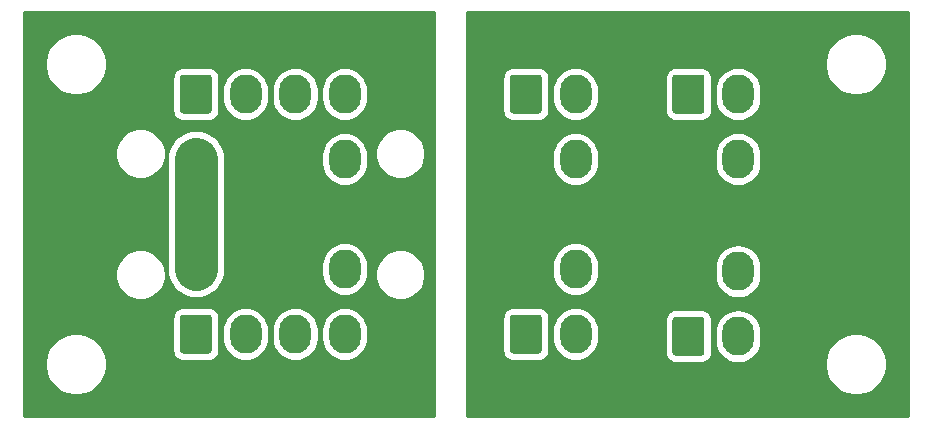
<source format=gbr>
%TF.GenerationSoftware,KiCad,Pcbnew,(5.1.9)-1*%
%TF.CreationDate,2021-11-13T17:29:38-07:00*%
%TF.ProjectId,ABSIS_Bulkhead_Connector,41425349-535f-4427-956c-6b686561645f,rev?*%
%TF.SameCoordinates,Original*%
%TF.FileFunction,Copper,L4,Bot*%
%TF.FilePolarity,Positive*%
%FSLAX46Y46*%
G04 Gerber Fmt 4.6, Leading zero omitted, Abs format (unit mm)*
G04 Created by KiCad (PCBNEW (5.1.9)-1) date 2021-11-13 17:29:38*
%MOMM*%
%LPD*%
G01*
G04 APERTURE LIST*
%TA.AperFunction,ComponentPad*%
%ADD10O,2.700000X3.300000*%
%TD*%
%TA.AperFunction,Conductor*%
%ADD11C,3.657600*%
%TD*%
%TA.AperFunction,Conductor*%
%ADD12C,0.254000*%
%TD*%
%TA.AperFunction,Conductor*%
%ADD13C,0.100000*%
%TD*%
G04 APERTURE END LIST*
D10*
%TO.P,J6,4*%
%TO.N,/BL_DATA2*%
X160200000Y-78500000D03*
%TO.P,J6,3*%
%TO.N,/BL_GND*%
X156000000Y-78500000D03*
%TO.P,J6,2*%
%TO.N,/BL_+5V*%
X160200000Y-84000000D03*
%TO.P,J6,1*%
%TA.AperFunction,ComponentPad*%
G36*
G01*
X154650000Y-85399999D02*
X154650000Y-82600001D01*
G75*
G02*
X154900001Y-82350000I250001J0D01*
G01*
X157099999Y-82350000D01*
G75*
G02*
X157350000Y-82600001I0J-250001D01*
G01*
X157350000Y-85399999D01*
G75*
G02*
X157099999Y-85650000I-250001J0D01*
G01*
X154900001Y-85650000D01*
G75*
G02*
X154650000Y-85399999I0J250001D01*
G01*
G37*
%TD.AperFunction*%
%TD*%
%TO.P,J5,4*%
%TO.N,/BL_DATA2*%
X160200000Y-69000000D03*
%TO.P,J5,3*%
%TO.N,/BL_GND*%
X156000000Y-69000000D03*
%TO.P,J5,2*%
%TO.N,/BL_+5V*%
X160200000Y-63500000D03*
%TO.P,J5,1*%
%TA.AperFunction,ComponentPad*%
G36*
G01*
X154650000Y-64899999D02*
X154650000Y-62100001D01*
G75*
G02*
X154900001Y-61850000I250001J0D01*
G01*
X157099999Y-61850000D01*
G75*
G02*
X157350000Y-62100001I0J-250001D01*
G01*
X157350000Y-64899999D01*
G75*
G02*
X157099999Y-65150000I-250001J0D01*
G01*
X154900001Y-65150000D01*
G75*
G02*
X154650000Y-64899999I0J250001D01*
G01*
G37*
%TD.AperFunction*%
%TD*%
%TO.P,J4,4*%
%TO.N,/BL_DATA1*%
X146440000Y-78320000D03*
%TO.P,J4,3*%
%TO.N,/BL_GND*%
X142240000Y-78320000D03*
%TO.P,J4,2*%
%TO.N,/BL_+5V*%
X146440000Y-83820000D03*
%TO.P,J4,1*%
%TA.AperFunction,ComponentPad*%
G36*
G01*
X140890000Y-85219999D02*
X140890000Y-82420001D01*
G75*
G02*
X141140001Y-82170000I250001J0D01*
G01*
X143339999Y-82170000D01*
G75*
G02*
X143590000Y-82420001I0J-250001D01*
G01*
X143590000Y-85219999D01*
G75*
G02*
X143339999Y-85470000I-250001J0D01*
G01*
X141140001Y-85470000D01*
G75*
G02*
X140890000Y-85219999I0J250001D01*
G01*
G37*
%TD.AperFunction*%
%TD*%
%TO.P,J3,8*%
%TO.N,/ABSIS_+12V*%
X126900000Y-78320000D03*
%TO.P,J3,7*%
%TO.N,/ABSIS_+5V*%
X122700000Y-78320000D03*
%TO.P,J3,6*%
X118500000Y-78320000D03*
%TO.P,J3,5*%
%TO.N,/ABSIS_+3.3V*%
X114300000Y-78320000D03*
%TO.P,J3,4*%
%TO.N,/ABSIS_+12V*%
X126900000Y-83820000D03*
%TO.P,J3,3*%
X122700000Y-83820000D03*
%TO.P,J3,2*%
%TO.N,/ABSIS_GND*%
X118500000Y-83820000D03*
%TO.P,J3,1*%
%TA.AperFunction,ComponentPad*%
G36*
G01*
X112950000Y-85219999D02*
X112950000Y-82420001D01*
G75*
G02*
X113200001Y-82170000I250001J0D01*
G01*
X115399999Y-82170000D01*
G75*
G02*
X115650000Y-82420001I0J-250001D01*
G01*
X115650000Y-85219999D01*
G75*
G02*
X115399999Y-85470000I-250001J0D01*
G01*
X113200001Y-85470000D01*
G75*
G02*
X112950000Y-85219999I0J250001D01*
G01*
G37*
%TD.AperFunction*%
%TD*%
%TO.P,J2,4*%
%TO.N,/BL_DATA1*%
X146440000Y-69000000D03*
%TO.P,J2,3*%
%TO.N,/BL_GND*%
X142240000Y-69000000D03*
%TO.P,J2,2*%
%TO.N,/BL_+5V*%
X146440000Y-63500000D03*
%TO.P,J2,1*%
%TA.AperFunction,ComponentPad*%
G36*
G01*
X140890000Y-64899999D02*
X140890000Y-62100001D01*
G75*
G02*
X141140001Y-61850000I250001J0D01*
G01*
X143339999Y-61850000D01*
G75*
G02*
X143590000Y-62100001I0J-250001D01*
G01*
X143590000Y-64899999D01*
G75*
G02*
X143339999Y-65150000I-250001J0D01*
G01*
X141140001Y-65150000D01*
G75*
G02*
X140890000Y-64899999I0J250001D01*
G01*
G37*
%TD.AperFunction*%
%TD*%
%TO.P,J1,8*%
%TO.N,/ABSIS_+12V*%
X126900000Y-69000000D03*
%TO.P,J1,7*%
%TO.N,/ABSIS_+5V*%
X122700000Y-69000000D03*
%TO.P,J1,6*%
X118500000Y-69000000D03*
%TO.P,J1,5*%
%TO.N,/ABSIS_+3.3V*%
X114300000Y-69000000D03*
%TO.P,J1,4*%
%TO.N,/ABSIS_+12V*%
X126900000Y-63500000D03*
%TO.P,J1,3*%
X122700000Y-63500000D03*
%TO.P,J1,2*%
%TO.N,/ABSIS_GND*%
X118500000Y-63500000D03*
%TO.P,J1,1*%
%TA.AperFunction,ComponentPad*%
G36*
G01*
X112950000Y-64899999D02*
X112950000Y-62100001D01*
G75*
G02*
X113200001Y-61850000I250001J0D01*
G01*
X115399999Y-61850000D01*
G75*
G02*
X115650000Y-62100001I0J-250001D01*
G01*
X115650000Y-64899999D01*
G75*
G02*
X115399999Y-65150000I-250001J0D01*
G01*
X113200001Y-65150000D01*
G75*
G02*
X112950000Y-64899999I0J250001D01*
G01*
G37*
%TD.AperFunction*%
%TD*%
D11*
%TO.N,/ABSIS_+3.3V*%
X114300000Y-78320000D02*
X114300000Y-69000000D01*
%TD*%
D12*
%TO.N,/ABSIS_+5V*%
X134493000Y-90780000D02*
X99720000Y-90780000D01*
X99720000Y-86100475D01*
X101505000Y-86100475D01*
X101505000Y-86619525D01*
X101606261Y-87128601D01*
X101804893Y-87608141D01*
X102093262Y-88039715D01*
X102460285Y-88406738D01*
X102891859Y-88695107D01*
X103371399Y-88893739D01*
X103880475Y-88995000D01*
X104399525Y-88995000D01*
X104908601Y-88893739D01*
X105388141Y-88695107D01*
X105819715Y-88406738D01*
X106186738Y-88039715D01*
X106475107Y-87608141D01*
X106673739Y-87128601D01*
X106775000Y-86619525D01*
X106775000Y-86100475D01*
X106673739Y-85591399D01*
X106475107Y-85111859D01*
X106186738Y-84680285D01*
X105819715Y-84313262D01*
X105388141Y-84024893D01*
X104908601Y-83826261D01*
X104399525Y-83725000D01*
X103880475Y-83725000D01*
X103371399Y-83826261D01*
X102891859Y-84024893D01*
X102460285Y-84313262D01*
X102093262Y-84680285D01*
X101804893Y-85111859D01*
X101606261Y-85591399D01*
X101505000Y-86100475D01*
X99720000Y-86100475D01*
X99720000Y-82420001D01*
X112311928Y-82420001D01*
X112311928Y-85219999D01*
X112328992Y-85393253D01*
X112379529Y-85559850D01*
X112461595Y-85713386D01*
X112572039Y-85847961D01*
X112706614Y-85958405D01*
X112860150Y-86040471D01*
X113026747Y-86091008D01*
X113200001Y-86108072D01*
X115399999Y-86108072D01*
X115573253Y-86091008D01*
X115739850Y-86040471D01*
X115893386Y-85958405D01*
X116027961Y-85847961D01*
X116138405Y-85713386D01*
X116220471Y-85559850D01*
X116271008Y-85393253D01*
X116288072Y-85219999D01*
X116288072Y-83422491D01*
X116515000Y-83422491D01*
X116515000Y-84217510D01*
X116543722Y-84509128D01*
X116657226Y-84883302D01*
X116841547Y-85228143D01*
X117089603Y-85530398D01*
X117391858Y-85778453D01*
X117736699Y-85962774D01*
X118110873Y-86076278D01*
X118500000Y-86114604D01*
X118889128Y-86076278D01*
X119263302Y-85962774D01*
X119608143Y-85778453D01*
X119910398Y-85530398D01*
X120158453Y-85228143D01*
X120342774Y-84883302D01*
X120456278Y-84509127D01*
X120485000Y-84217509D01*
X120485000Y-83422491D01*
X120715000Y-83422491D01*
X120715000Y-84217510D01*
X120743722Y-84509128D01*
X120857226Y-84883302D01*
X121041547Y-85228143D01*
X121289603Y-85530398D01*
X121591858Y-85778453D01*
X121936699Y-85962774D01*
X122310873Y-86076278D01*
X122700000Y-86114604D01*
X123089128Y-86076278D01*
X123463302Y-85962774D01*
X123808143Y-85778453D01*
X124110398Y-85530398D01*
X124358453Y-85228143D01*
X124542774Y-84883302D01*
X124656278Y-84509127D01*
X124685000Y-84217509D01*
X124685000Y-83422491D01*
X124915000Y-83422491D01*
X124915000Y-84217510D01*
X124943722Y-84509128D01*
X125057226Y-84883302D01*
X125241547Y-85228143D01*
X125489603Y-85530398D01*
X125791858Y-85778453D01*
X126136699Y-85962774D01*
X126510873Y-86076278D01*
X126900000Y-86114604D01*
X127289128Y-86076278D01*
X127663302Y-85962774D01*
X128008143Y-85778453D01*
X128310398Y-85530398D01*
X128558453Y-85228143D01*
X128742774Y-84883302D01*
X128856278Y-84509127D01*
X128885000Y-84217509D01*
X128885000Y-83422490D01*
X128856278Y-83130872D01*
X128742774Y-82756698D01*
X128558453Y-82411857D01*
X128310398Y-82109602D01*
X128008143Y-81861547D01*
X127663301Y-81677226D01*
X127289127Y-81563722D01*
X126900000Y-81525396D01*
X126510872Y-81563722D01*
X126136698Y-81677226D01*
X125791857Y-81861547D01*
X125489602Y-82109602D01*
X125241547Y-82411857D01*
X125057226Y-82756699D01*
X124943722Y-83130873D01*
X124915000Y-83422491D01*
X124685000Y-83422491D01*
X124685000Y-83422490D01*
X124656278Y-83130872D01*
X124542774Y-82756698D01*
X124358453Y-82411857D01*
X124110398Y-82109602D01*
X123808143Y-81861547D01*
X123463301Y-81677226D01*
X123089127Y-81563722D01*
X122700000Y-81525396D01*
X122310872Y-81563722D01*
X121936698Y-81677226D01*
X121591857Y-81861547D01*
X121289602Y-82109602D01*
X121041547Y-82411857D01*
X120857226Y-82756699D01*
X120743722Y-83130873D01*
X120715000Y-83422491D01*
X120485000Y-83422491D01*
X120485000Y-83422490D01*
X120456278Y-83130872D01*
X120342774Y-82756698D01*
X120158453Y-82411857D01*
X119910398Y-82109602D01*
X119608143Y-81861547D01*
X119263301Y-81677226D01*
X118889127Y-81563722D01*
X118500000Y-81525396D01*
X118110872Y-81563722D01*
X117736698Y-81677226D01*
X117391857Y-81861547D01*
X117089602Y-82109602D01*
X116841547Y-82411857D01*
X116657226Y-82756699D01*
X116543722Y-83130873D01*
X116515000Y-83422491D01*
X116288072Y-83422491D01*
X116288072Y-82420001D01*
X116271008Y-82246747D01*
X116220471Y-82080150D01*
X116138405Y-81926614D01*
X116027961Y-81792039D01*
X115893386Y-81681595D01*
X115739850Y-81599529D01*
X115573253Y-81548992D01*
X115399999Y-81531928D01*
X113200001Y-81531928D01*
X113026747Y-81548992D01*
X112860150Y-81599529D01*
X112706614Y-81681595D01*
X112572039Y-81792039D01*
X112461595Y-81926614D01*
X112379529Y-82080150D01*
X112328992Y-82246747D01*
X112311928Y-82420001D01*
X99720000Y-82420001D01*
X99720000Y-78569721D01*
X107465000Y-78569721D01*
X107465000Y-78990279D01*
X107547047Y-79402756D01*
X107707988Y-79791302D01*
X107941637Y-80140983D01*
X108239017Y-80438363D01*
X108588698Y-80672012D01*
X108977244Y-80832953D01*
X109389721Y-80915000D01*
X109810279Y-80915000D01*
X110222756Y-80832953D01*
X110611302Y-80672012D01*
X110960983Y-80438363D01*
X111258363Y-80140983D01*
X111492012Y-79791302D01*
X111652953Y-79402756D01*
X111735000Y-78990279D01*
X111735000Y-78569721D01*
X111709403Y-78441036D01*
X111836200Y-78441036D01*
X111871849Y-78802988D01*
X112012732Y-79267416D01*
X112241513Y-79695436D01*
X112549401Y-80070599D01*
X112924563Y-80378487D01*
X113352583Y-80607268D01*
X113817011Y-80748151D01*
X114300000Y-80795721D01*
X114782988Y-80748151D01*
X115247416Y-80607268D01*
X115675436Y-80378487D01*
X116050599Y-80070599D01*
X116358487Y-79695437D01*
X116587268Y-79267417D01*
X116728151Y-78802989D01*
X116763800Y-78441037D01*
X116763800Y-77922491D01*
X124915000Y-77922491D01*
X124915000Y-78717510D01*
X124943722Y-79009128D01*
X125057226Y-79383302D01*
X125241547Y-79728143D01*
X125489603Y-80030398D01*
X125791858Y-80278453D01*
X126136699Y-80462774D01*
X126510873Y-80576278D01*
X126900000Y-80614604D01*
X127289128Y-80576278D01*
X127663302Y-80462774D01*
X128008143Y-80278453D01*
X128310398Y-80030398D01*
X128558453Y-79728143D01*
X128742774Y-79383302D01*
X128856278Y-79009127D01*
X128885000Y-78717509D01*
X128885000Y-78569721D01*
X129465000Y-78569721D01*
X129465000Y-78990279D01*
X129547047Y-79402756D01*
X129707988Y-79791302D01*
X129941637Y-80140983D01*
X130239017Y-80438363D01*
X130588698Y-80672012D01*
X130977244Y-80832953D01*
X131389721Y-80915000D01*
X131810279Y-80915000D01*
X132222756Y-80832953D01*
X132611302Y-80672012D01*
X132960983Y-80438363D01*
X133258363Y-80140983D01*
X133492012Y-79791302D01*
X133652953Y-79402756D01*
X133735000Y-78990279D01*
X133735000Y-78569721D01*
X133652953Y-78157244D01*
X133492012Y-77768698D01*
X133258363Y-77419017D01*
X132960983Y-77121637D01*
X132611302Y-76887988D01*
X132222756Y-76727047D01*
X131810279Y-76645000D01*
X131389721Y-76645000D01*
X130977244Y-76727047D01*
X130588698Y-76887988D01*
X130239017Y-77121637D01*
X129941637Y-77419017D01*
X129707988Y-77768698D01*
X129547047Y-78157244D01*
X129465000Y-78569721D01*
X128885000Y-78569721D01*
X128885000Y-77922490D01*
X128856278Y-77630872D01*
X128742774Y-77256698D01*
X128558453Y-76911857D01*
X128310398Y-76609602D01*
X128008143Y-76361547D01*
X127663301Y-76177226D01*
X127289127Y-76063722D01*
X126900000Y-76025396D01*
X126510872Y-76063722D01*
X126136698Y-76177226D01*
X125791857Y-76361547D01*
X125489602Y-76609602D01*
X125241547Y-76911857D01*
X125057226Y-77256699D01*
X124943722Y-77630873D01*
X124915000Y-77922491D01*
X116763800Y-77922491D01*
X116763800Y-68878963D01*
X116736571Y-68602491D01*
X124915000Y-68602491D01*
X124915000Y-69397510D01*
X124943722Y-69689128D01*
X125057226Y-70063302D01*
X125241547Y-70408143D01*
X125489603Y-70710398D01*
X125791858Y-70958453D01*
X126136699Y-71142774D01*
X126510873Y-71256278D01*
X126900000Y-71294604D01*
X127289128Y-71256278D01*
X127663302Y-71142774D01*
X128008143Y-70958453D01*
X128310398Y-70710398D01*
X128558453Y-70408143D01*
X128742774Y-70063302D01*
X128856278Y-69689127D01*
X128885000Y-69397509D01*
X128885000Y-68602490D01*
X128858135Y-68329721D01*
X129465000Y-68329721D01*
X129465000Y-68750279D01*
X129547047Y-69162756D01*
X129707988Y-69551302D01*
X129941637Y-69900983D01*
X130239017Y-70198363D01*
X130588698Y-70432012D01*
X130977244Y-70592953D01*
X131389721Y-70675000D01*
X131810279Y-70675000D01*
X132222756Y-70592953D01*
X132611302Y-70432012D01*
X132960983Y-70198363D01*
X133258363Y-69900983D01*
X133492012Y-69551302D01*
X133652953Y-69162756D01*
X133735000Y-68750279D01*
X133735000Y-68329721D01*
X133652953Y-67917244D01*
X133492012Y-67528698D01*
X133258363Y-67179017D01*
X132960983Y-66881637D01*
X132611302Y-66647988D01*
X132222756Y-66487047D01*
X131810279Y-66405000D01*
X131389721Y-66405000D01*
X130977244Y-66487047D01*
X130588698Y-66647988D01*
X130239017Y-66881637D01*
X129941637Y-67179017D01*
X129707988Y-67528698D01*
X129547047Y-67917244D01*
X129465000Y-68329721D01*
X128858135Y-68329721D01*
X128856278Y-68310872D01*
X128742774Y-67936698D01*
X128558453Y-67591857D01*
X128310398Y-67289602D01*
X128008143Y-67041547D01*
X127663301Y-66857226D01*
X127289127Y-66743722D01*
X126900000Y-66705396D01*
X126510872Y-66743722D01*
X126136698Y-66857226D01*
X125791857Y-67041547D01*
X125489602Y-67289602D01*
X125241547Y-67591857D01*
X125057226Y-67936699D01*
X124943722Y-68310873D01*
X124915000Y-68602491D01*
X116736571Y-68602491D01*
X116728151Y-68517011D01*
X116587268Y-68052583D01*
X116358487Y-67624563D01*
X116050599Y-67249401D01*
X115675437Y-66941513D01*
X115247417Y-66712732D01*
X114782989Y-66571849D01*
X114300000Y-66524279D01*
X113817012Y-66571849D01*
X113352584Y-66712732D01*
X112924564Y-66941513D01*
X112549402Y-67249401D01*
X112241514Y-67624563D01*
X112012733Y-68052583D01*
X111871850Y-68517011D01*
X111836201Y-68878963D01*
X111836200Y-78441036D01*
X111709403Y-78441036D01*
X111652953Y-78157244D01*
X111492012Y-77768698D01*
X111258363Y-77419017D01*
X110960983Y-77121637D01*
X110611302Y-76887988D01*
X110222756Y-76727047D01*
X109810279Y-76645000D01*
X109389721Y-76645000D01*
X108977244Y-76727047D01*
X108588698Y-76887988D01*
X108239017Y-77121637D01*
X107941637Y-77419017D01*
X107707988Y-77768698D01*
X107547047Y-78157244D01*
X107465000Y-78569721D01*
X99720000Y-78569721D01*
X99720000Y-68329721D01*
X107465000Y-68329721D01*
X107465000Y-68750279D01*
X107547047Y-69162756D01*
X107707988Y-69551302D01*
X107941637Y-69900983D01*
X108239017Y-70198363D01*
X108588698Y-70432012D01*
X108977244Y-70592953D01*
X109389721Y-70675000D01*
X109810279Y-70675000D01*
X110222756Y-70592953D01*
X110611302Y-70432012D01*
X110960983Y-70198363D01*
X111258363Y-69900983D01*
X111492012Y-69551302D01*
X111652953Y-69162756D01*
X111735000Y-68750279D01*
X111735000Y-68329721D01*
X111652953Y-67917244D01*
X111492012Y-67528698D01*
X111258363Y-67179017D01*
X110960983Y-66881637D01*
X110611302Y-66647988D01*
X110222756Y-66487047D01*
X109810279Y-66405000D01*
X109389721Y-66405000D01*
X108977244Y-66487047D01*
X108588698Y-66647988D01*
X108239017Y-66881637D01*
X107941637Y-67179017D01*
X107707988Y-67528698D01*
X107547047Y-67917244D01*
X107465000Y-68329721D01*
X99720000Y-68329721D01*
X99720000Y-60700475D01*
X101505000Y-60700475D01*
X101505000Y-61219525D01*
X101606261Y-61728601D01*
X101804893Y-62208141D01*
X102093262Y-62639715D01*
X102460285Y-63006738D01*
X102891859Y-63295107D01*
X103371399Y-63493739D01*
X103880475Y-63595000D01*
X104399525Y-63595000D01*
X104908601Y-63493739D01*
X105388141Y-63295107D01*
X105819715Y-63006738D01*
X106186738Y-62639715D01*
X106475107Y-62208141D01*
X106519900Y-62100001D01*
X112311928Y-62100001D01*
X112311928Y-64899999D01*
X112328992Y-65073253D01*
X112379529Y-65239850D01*
X112461595Y-65393386D01*
X112572039Y-65527961D01*
X112706614Y-65638405D01*
X112860150Y-65720471D01*
X113026747Y-65771008D01*
X113200001Y-65788072D01*
X115399999Y-65788072D01*
X115573253Y-65771008D01*
X115739850Y-65720471D01*
X115893386Y-65638405D01*
X116027961Y-65527961D01*
X116138405Y-65393386D01*
X116220471Y-65239850D01*
X116271008Y-65073253D01*
X116288072Y-64899999D01*
X116288072Y-63102491D01*
X116515000Y-63102491D01*
X116515000Y-63897510D01*
X116543722Y-64189128D01*
X116657226Y-64563302D01*
X116841547Y-64908143D01*
X117089603Y-65210398D01*
X117391858Y-65458453D01*
X117736699Y-65642774D01*
X118110873Y-65756278D01*
X118500000Y-65794604D01*
X118889128Y-65756278D01*
X119263302Y-65642774D01*
X119608143Y-65458453D01*
X119910398Y-65210398D01*
X120158453Y-64908143D01*
X120342774Y-64563302D01*
X120456278Y-64189127D01*
X120485000Y-63897509D01*
X120485000Y-63102491D01*
X120715000Y-63102491D01*
X120715000Y-63897510D01*
X120743722Y-64189128D01*
X120857226Y-64563302D01*
X121041547Y-64908143D01*
X121289603Y-65210398D01*
X121591858Y-65458453D01*
X121936699Y-65642774D01*
X122310873Y-65756278D01*
X122700000Y-65794604D01*
X123089128Y-65756278D01*
X123463302Y-65642774D01*
X123808143Y-65458453D01*
X124110398Y-65210398D01*
X124358453Y-64908143D01*
X124542774Y-64563302D01*
X124656278Y-64189127D01*
X124685000Y-63897509D01*
X124685000Y-63102491D01*
X124915000Y-63102491D01*
X124915000Y-63897510D01*
X124943722Y-64189128D01*
X125057226Y-64563302D01*
X125241547Y-64908143D01*
X125489603Y-65210398D01*
X125791858Y-65458453D01*
X126136699Y-65642774D01*
X126510873Y-65756278D01*
X126900000Y-65794604D01*
X127289128Y-65756278D01*
X127663302Y-65642774D01*
X128008143Y-65458453D01*
X128310398Y-65210398D01*
X128558453Y-64908143D01*
X128742774Y-64563302D01*
X128856278Y-64189127D01*
X128885000Y-63897509D01*
X128885000Y-63102490D01*
X128856278Y-62810872D01*
X128742774Y-62436698D01*
X128558453Y-62091857D01*
X128310398Y-61789602D01*
X128008143Y-61541547D01*
X127663301Y-61357226D01*
X127289127Y-61243722D01*
X126900000Y-61205396D01*
X126510872Y-61243722D01*
X126136698Y-61357226D01*
X125791857Y-61541547D01*
X125489602Y-61789602D01*
X125241547Y-62091857D01*
X125057226Y-62436699D01*
X124943722Y-62810873D01*
X124915000Y-63102491D01*
X124685000Y-63102491D01*
X124685000Y-63102490D01*
X124656278Y-62810872D01*
X124542774Y-62436698D01*
X124358453Y-62091857D01*
X124110398Y-61789602D01*
X123808143Y-61541547D01*
X123463301Y-61357226D01*
X123089127Y-61243722D01*
X122700000Y-61205396D01*
X122310872Y-61243722D01*
X121936698Y-61357226D01*
X121591857Y-61541547D01*
X121289602Y-61789602D01*
X121041547Y-62091857D01*
X120857226Y-62436699D01*
X120743722Y-62810873D01*
X120715000Y-63102491D01*
X120485000Y-63102491D01*
X120485000Y-63102490D01*
X120456278Y-62810872D01*
X120342774Y-62436698D01*
X120158453Y-62091857D01*
X119910398Y-61789602D01*
X119608143Y-61541547D01*
X119263301Y-61357226D01*
X118889127Y-61243722D01*
X118500000Y-61205396D01*
X118110872Y-61243722D01*
X117736698Y-61357226D01*
X117391857Y-61541547D01*
X117089602Y-61789602D01*
X116841547Y-62091857D01*
X116657226Y-62436699D01*
X116543722Y-62810873D01*
X116515000Y-63102491D01*
X116288072Y-63102491D01*
X116288072Y-62100001D01*
X116271008Y-61926747D01*
X116220471Y-61760150D01*
X116138405Y-61606614D01*
X116027961Y-61472039D01*
X115893386Y-61361595D01*
X115739850Y-61279529D01*
X115573253Y-61228992D01*
X115399999Y-61211928D01*
X113200001Y-61211928D01*
X113026747Y-61228992D01*
X112860150Y-61279529D01*
X112706614Y-61361595D01*
X112572039Y-61472039D01*
X112461595Y-61606614D01*
X112379529Y-61760150D01*
X112328992Y-61926747D01*
X112311928Y-62100001D01*
X106519900Y-62100001D01*
X106673739Y-61728601D01*
X106775000Y-61219525D01*
X106775000Y-60700475D01*
X106673739Y-60191399D01*
X106475107Y-59711859D01*
X106186738Y-59280285D01*
X105819715Y-58913262D01*
X105388141Y-58624893D01*
X104908601Y-58426261D01*
X104399525Y-58325000D01*
X103880475Y-58325000D01*
X103371399Y-58426261D01*
X102891859Y-58624893D01*
X102460285Y-58913262D01*
X102093262Y-59280285D01*
X101804893Y-59711859D01*
X101606261Y-60191399D01*
X101505000Y-60700475D01*
X99720000Y-60700475D01*
X99720000Y-56540000D01*
X134493000Y-56540000D01*
X134493000Y-90780000D01*
%TA.AperFunction,Conductor*%
D13*
G36*
X134493000Y-90780000D02*
G01*
X99720000Y-90780000D01*
X99720000Y-86100475D01*
X101505000Y-86100475D01*
X101505000Y-86619525D01*
X101606261Y-87128601D01*
X101804893Y-87608141D01*
X102093262Y-88039715D01*
X102460285Y-88406738D01*
X102891859Y-88695107D01*
X103371399Y-88893739D01*
X103880475Y-88995000D01*
X104399525Y-88995000D01*
X104908601Y-88893739D01*
X105388141Y-88695107D01*
X105819715Y-88406738D01*
X106186738Y-88039715D01*
X106475107Y-87608141D01*
X106673739Y-87128601D01*
X106775000Y-86619525D01*
X106775000Y-86100475D01*
X106673739Y-85591399D01*
X106475107Y-85111859D01*
X106186738Y-84680285D01*
X105819715Y-84313262D01*
X105388141Y-84024893D01*
X104908601Y-83826261D01*
X104399525Y-83725000D01*
X103880475Y-83725000D01*
X103371399Y-83826261D01*
X102891859Y-84024893D01*
X102460285Y-84313262D01*
X102093262Y-84680285D01*
X101804893Y-85111859D01*
X101606261Y-85591399D01*
X101505000Y-86100475D01*
X99720000Y-86100475D01*
X99720000Y-82420001D01*
X112311928Y-82420001D01*
X112311928Y-85219999D01*
X112328992Y-85393253D01*
X112379529Y-85559850D01*
X112461595Y-85713386D01*
X112572039Y-85847961D01*
X112706614Y-85958405D01*
X112860150Y-86040471D01*
X113026747Y-86091008D01*
X113200001Y-86108072D01*
X115399999Y-86108072D01*
X115573253Y-86091008D01*
X115739850Y-86040471D01*
X115893386Y-85958405D01*
X116027961Y-85847961D01*
X116138405Y-85713386D01*
X116220471Y-85559850D01*
X116271008Y-85393253D01*
X116288072Y-85219999D01*
X116288072Y-83422491D01*
X116515000Y-83422491D01*
X116515000Y-84217510D01*
X116543722Y-84509128D01*
X116657226Y-84883302D01*
X116841547Y-85228143D01*
X117089603Y-85530398D01*
X117391858Y-85778453D01*
X117736699Y-85962774D01*
X118110873Y-86076278D01*
X118500000Y-86114604D01*
X118889128Y-86076278D01*
X119263302Y-85962774D01*
X119608143Y-85778453D01*
X119910398Y-85530398D01*
X120158453Y-85228143D01*
X120342774Y-84883302D01*
X120456278Y-84509127D01*
X120485000Y-84217509D01*
X120485000Y-83422491D01*
X120715000Y-83422491D01*
X120715000Y-84217510D01*
X120743722Y-84509128D01*
X120857226Y-84883302D01*
X121041547Y-85228143D01*
X121289603Y-85530398D01*
X121591858Y-85778453D01*
X121936699Y-85962774D01*
X122310873Y-86076278D01*
X122700000Y-86114604D01*
X123089128Y-86076278D01*
X123463302Y-85962774D01*
X123808143Y-85778453D01*
X124110398Y-85530398D01*
X124358453Y-85228143D01*
X124542774Y-84883302D01*
X124656278Y-84509127D01*
X124685000Y-84217509D01*
X124685000Y-83422491D01*
X124915000Y-83422491D01*
X124915000Y-84217510D01*
X124943722Y-84509128D01*
X125057226Y-84883302D01*
X125241547Y-85228143D01*
X125489603Y-85530398D01*
X125791858Y-85778453D01*
X126136699Y-85962774D01*
X126510873Y-86076278D01*
X126900000Y-86114604D01*
X127289128Y-86076278D01*
X127663302Y-85962774D01*
X128008143Y-85778453D01*
X128310398Y-85530398D01*
X128558453Y-85228143D01*
X128742774Y-84883302D01*
X128856278Y-84509127D01*
X128885000Y-84217509D01*
X128885000Y-83422490D01*
X128856278Y-83130872D01*
X128742774Y-82756698D01*
X128558453Y-82411857D01*
X128310398Y-82109602D01*
X128008143Y-81861547D01*
X127663301Y-81677226D01*
X127289127Y-81563722D01*
X126900000Y-81525396D01*
X126510872Y-81563722D01*
X126136698Y-81677226D01*
X125791857Y-81861547D01*
X125489602Y-82109602D01*
X125241547Y-82411857D01*
X125057226Y-82756699D01*
X124943722Y-83130873D01*
X124915000Y-83422491D01*
X124685000Y-83422491D01*
X124685000Y-83422490D01*
X124656278Y-83130872D01*
X124542774Y-82756698D01*
X124358453Y-82411857D01*
X124110398Y-82109602D01*
X123808143Y-81861547D01*
X123463301Y-81677226D01*
X123089127Y-81563722D01*
X122700000Y-81525396D01*
X122310872Y-81563722D01*
X121936698Y-81677226D01*
X121591857Y-81861547D01*
X121289602Y-82109602D01*
X121041547Y-82411857D01*
X120857226Y-82756699D01*
X120743722Y-83130873D01*
X120715000Y-83422491D01*
X120485000Y-83422491D01*
X120485000Y-83422490D01*
X120456278Y-83130872D01*
X120342774Y-82756698D01*
X120158453Y-82411857D01*
X119910398Y-82109602D01*
X119608143Y-81861547D01*
X119263301Y-81677226D01*
X118889127Y-81563722D01*
X118500000Y-81525396D01*
X118110872Y-81563722D01*
X117736698Y-81677226D01*
X117391857Y-81861547D01*
X117089602Y-82109602D01*
X116841547Y-82411857D01*
X116657226Y-82756699D01*
X116543722Y-83130873D01*
X116515000Y-83422491D01*
X116288072Y-83422491D01*
X116288072Y-82420001D01*
X116271008Y-82246747D01*
X116220471Y-82080150D01*
X116138405Y-81926614D01*
X116027961Y-81792039D01*
X115893386Y-81681595D01*
X115739850Y-81599529D01*
X115573253Y-81548992D01*
X115399999Y-81531928D01*
X113200001Y-81531928D01*
X113026747Y-81548992D01*
X112860150Y-81599529D01*
X112706614Y-81681595D01*
X112572039Y-81792039D01*
X112461595Y-81926614D01*
X112379529Y-82080150D01*
X112328992Y-82246747D01*
X112311928Y-82420001D01*
X99720000Y-82420001D01*
X99720000Y-78569721D01*
X107465000Y-78569721D01*
X107465000Y-78990279D01*
X107547047Y-79402756D01*
X107707988Y-79791302D01*
X107941637Y-80140983D01*
X108239017Y-80438363D01*
X108588698Y-80672012D01*
X108977244Y-80832953D01*
X109389721Y-80915000D01*
X109810279Y-80915000D01*
X110222756Y-80832953D01*
X110611302Y-80672012D01*
X110960983Y-80438363D01*
X111258363Y-80140983D01*
X111492012Y-79791302D01*
X111652953Y-79402756D01*
X111735000Y-78990279D01*
X111735000Y-78569721D01*
X111709403Y-78441036D01*
X111836200Y-78441036D01*
X111871849Y-78802988D01*
X112012732Y-79267416D01*
X112241513Y-79695436D01*
X112549401Y-80070599D01*
X112924563Y-80378487D01*
X113352583Y-80607268D01*
X113817011Y-80748151D01*
X114300000Y-80795721D01*
X114782988Y-80748151D01*
X115247416Y-80607268D01*
X115675436Y-80378487D01*
X116050599Y-80070599D01*
X116358487Y-79695437D01*
X116587268Y-79267417D01*
X116728151Y-78802989D01*
X116763800Y-78441037D01*
X116763800Y-77922491D01*
X124915000Y-77922491D01*
X124915000Y-78717510D01*
X124943722Y-79009128D01*
X125057226Y-79383302D01*
X125241547Y-79728143D01*
X125489603Y-80030398D01*
X125791858Y-80278453D01*
X126136699Y-80462774D01*
X126510873Y-80576278D01*
X126900000Y-80614604D01*
X127289128Y-80576278D01*
X127663302Y-80462774D01*
X128008143Y-80278453D01*
X128310398Y-80030398D01*
X128558453Y-79728143D01*
X128742774Y-79383302D01*
X128856278Y-79009127D01*
X128885000Y-78717509D01*
X128885000Y-78569721D01*
X129465000Y-78569721D01*
X129465000Y-78990279D01*
X129547047Y-79402756D01*
X129707988Y-79791302D01*
X129941637Y-80140983D01*
X130239017Y-80438363D01*
X130588698Y-80672012D01*
X130977244Y-80832953D01*
X131389721Y-80915000D01*
X131810279Y-80915000D01*
X132222756Y-80832953D01*
X132611302Y-80672012D01*
X132960983Y-80438363D01*
X133258363Y-80140983D01*
X133492012Y-79791302D01*
X133652953Y-79402756D01*
X133735000Y-78990279D01*
X133735000Y-78569721D01*
X133652953Y-78157244D01*
X133492012Y-77768698D01*
X133258363Y-77419017D01*
X132960983Y-77121637D01*
X132611302Y-76887988D01*
X132222756Y-76727047D01*
X131810279Y-76645000D01*
X131389721Y-76645000D01*
X130977244Y-76727047D01*
X130588698Y-76887988D01*
X130239017Y-77121637D01*
X129941637Y-77419017D01*
X129707988Y-77768698D01*
X129547047Y-78157244D01*
X129465000Y-78569721D01*
X128885000Y-78569721D01*
X128885000Y-77922490D01*
X128856278Y-77630872D01*
X128742774Y-77256698D01*
X128558453Y-76911857D01*
X128310398Y-76609602D01*
X128008143Y-76361547D01*
X127663301Y-76177226D01*
X127289127Y-76063722D01*
X126900000Y-76025396D01*
X126510872Y-76063722D01*
X126136698Y-76177226D01*
X125791857Y-76361547D01*
X125489602Y-76609602D01*
X125241547Y-76911857D01*
X125057226Y-77256699D01*
X124943722Y-77630873D01*
X124915000Y-77922491D01*
X116763800Y-77922491D01*
X116763800Y-68878963D01*
X116736571Y-68602491D01*
X124915000Y-68602491D01*
X124915000Y-69397510D01*
X124943722Y-69689128D01*
X125057226Y-70063302D01*
X125241547Y-70408143D01*
X125489603Y-70710398D01*
X125791858Y-70958453D01*
X126136699Y-71142774D01*
X126510873Y-71256278D01*
X126900000Y-71294604D01*
X127289128Y-71256278D01*
X127663302Y-71142774D01*
X128008143Y-70958453D01*
X128310398Y-70710398D01*
X128558453Y-70408143D01*
X128742774Y-70063302D01*
X128856278Y-69689127D01*
X128885000Y-69397509D01*
X128885000Y-68602490D01*
X128858135Y-68329721D01*
X129465000Y-68329721D01*
X129465000Y-68750279D01*
X129547047Y-69162756D01*
X129707988Y-69551302D01*
X129941637Y-69900983D01*
X130239017Y-70198363D01*
X130588698Y-70432012D01*
X130977244Y-70592953D01*
X131389721Y-70675000D01*
X131810279Y-70675000D01*
X132222756Y-70592953D01*
X132611302Y-70432012D01*
X132960983Y-70198363D01*
X133258363Y-69900983D01*
X133492012Y-69551302D01*
X133652953Y-69162756D01*
X133735000Y-68750279D01*
X133735000Y-68329721D01*
X133652953Y-67917244D01*
X133492012Y-67528698D01*
X133258363Y-67179017D01*
X132960983Y-66881637D01*
X132611302Y-66647988D01*
X132222756Y-66487047D01*
X131810279Y-66405000D01*
X131389721Y-66405000D01*
X130977244Y-66487047D01*
X130588698Y-66647988D01*
X130239017Y-66881637D01*
X129941637Y-67179017D01*
X129707988Y-67528698D01*
X129547047Y-67917244D01*
X129465000Y-68329721D01*
X128858135Y-68329721D01*
X128856278Y-68310872D01*
X128742774Y-67936698D01*
X128558453Y-67591857D01*
X128310398Y-67289602D01*
X128008143Y-67041547D01*
X127663301Y-66857226D01*
X127289127Y-66743722D01*
X126900000Y-66705396D01*
X126510872Y-66743722D01*
X126136698Y-66857226D01*
X125791857Y-67041547D01*
X125489602Y-67289602D01*
X125241547Y-67591857D01*
X125057226Y-67936699D01*
X124943722Y-68310873D01*
X124915000Y-68602491D01*
X116736571Y-68602491D01*
X116728151Y-68517011D01*
X116587268Y-68052583D01*
X116358487Y-67624563D01*
X116050599Y-67249401D01*
X115675437Y-66941513D01*
X115247417Y-66712732D01*
X114782989Y-66571849D01*
X114300000Y-66524279D01*
X113817012Y-66571849D01*
X113352584Y-66712732D01*
X112924564Y-66941513D01*
X112549402Y-67249401D01*
X112241514Y-67624563D01*
X112012733Y-68052583D01*
X111871850Y-68517011D01*
X111836201Y-68878963D01*
X111836200Y-78441036D01*
X111709403Y-78441036D01*
X111652953Y-78157244D01*
X111492012Y-77768698D01*
X111258363Y-77419017D01*
X110960983Y-77121637D01*
X110611302Y-76887988D01*
X110222756Y-76727047D01*
X109810279Y-76645000D01*
X109389721Y-76645000D01*
X108977244Y-76727047D01*
X108588698Y-76887988D01*
X108239017Y-77121637D01*
X107941637Y-77419017D01*
X107707988Y-77768698D01*
X107547047Y-78157244D01*
X107465000Y-78569721D01*
X99720000Y-78569721D01*
X99720000Y-68329721D01*
X107465000Y-68329721D01*
X107465000Y-68750279D01*
X107547047Y-69162756D01*
X107707988Y-69551302D01*
X107941637Y-69900983D01*
X108239017Y-70198363D01*
X108588698Y-70432012D01*
X108977244Y-70592953D01*
X109389721Y-70675000D01*
X109810279Y-70675000D01*
X110222756Y-70592953D01*
X110611302Y-70432012D01*
X110960983Y-70198363D01*
X111258363Y-69900983D01*
X111492012Y-69551302D01*
X111652953Y-69162756D01*
X111735000Y-68750279D01*
X111735000Y-68329721D01*
X111652953Y-67917244D01*
X111492012Y-67528698D01*
X111258363Y-67179017D01*
X110960983Y-66881637D01*
X110611302Y-66647988D01*
X110222756Y-66487047D01*
X109810279Y-66405000D01*
X109389721Y-66405000D01*
X108977244Y-66487047D01*
X108588698Y-66647988D01*
X108239017Y-66881637D01*
X107941637Y-67179017D01*
X107707988Y-67528698D01*
X107547047Y-67917244D01*
X107465000Y-68329721D01*
X99720000Y-68329721D01*
X99720000Y-60700475D01*
X101505000Y-60700475D01*
X101505000Y-61219525D01*
X101606261Y-61728601D01*
X101804893Y-62208141D01*
X102093262Y-62639715D01*
X102460285Y-63006738D01*
X102891859Y-63295107D01*
X103371399Y-63493739D01*
X103880475Y-63595000D01*
X104399525Y-63595000D01*
X104908601Y-63493739D01*
X105388141Y-63295107D01*
X105819715Y-63006738D01*
X106186738Y-62639715D01*
X106475107Y-62208141D01*
X106519900Y-62100001D01*
X112311928Y-62100001D01*
X112311928Y-64899999D01*
X112328992Y-65073253D01*
X112379529Y-65239850D01*
X112461595Y-65393386D01*
X112572039Y-65527961D01*
X112706614Y-65638405D01*
X112860150Y-65720471D01*
X113026747Y-65771008D01*
X113200001Y-65788072D01*
X115399999Y-65788072D01*
X115573253Y-65771008D01*
X115739850Y-65720471D01*
X115893386Y-65638405D01*
X116027961Y-65527961D01*
X116138405Y-65393386D01*
X116220471Y-65239850D01*
X116271008Y-65073253D01*
X116288072Y-64899999D01*
X116288072Y-63102491D01*
X116515000Y-63102491D01*
X116515000Y-63897510D01*
X116543722Y-64189128D01*
X116657226Y-64563302D01*
X116841547Y-64908143D01*
X117089603Y-65210398D01*
X117391858Y-65458453D01*
X117736699Y-65642774D01*
X118110873Y-65756278D01*
X118500000Y-65794604D01*
X118889128Y-65756278D01*
X119263302Y-65642774D01*
X119608143Y-65458453D01*
X119910398Y-65210398D01*
X120158453Y-64908143D01*
X120342774Y-64563302D01*
X120456278Y-64189127D01*
X120485000Y-63897509D01*
X120485000Y-63102491D01*
X120715000Y-63102491D01*
X120715000Y-63897510D01*
X120743722Y-64189128D01*
X120857226Y-64563302D01*
X121041547Y-64908143D01*
X121289603Y-65210398D01*
X121591858Y-65458453D01*
X121936699Y-65642774D01*
X122310873Y-65756278D01*
X122700000Y-65794604D01*
X123089128Y-65756278D01*
X123463302Y-65642774D01*
X123808143Y-65458453D01*
X124110398Y-65210398D01*
X124358453Y-64908143D01*
X124542774Y-64563302D01*
X124656278Y-64189127D01*
X124685000Y-63897509D01*
X124685000Y-63102491D01*
X124915000Y-63102491D01*
X124915000Y-63897510D01*
X124943722Y-64189128D01*
X125057226Y-64563302D01*
X125241547Y-64908143D01*
X125489603Y-65210398D01*
X125791858Y-65458453D01*
X126136699Y-65642774D01*
X126510873Y-65756278D01*
X126900000Y-65794604D01*
X127289128Y-65756278D01*
X127663302Y-65642774D01*
X128008143Y-65458453D01*
X128310398Y-65210398D01*
X128558453Y-64908143D01*
X128742774Y-64563302D01*
X128856278Y-64189127D01*
X128885000Y-63897509D01*
X128885000Y-63102490D01*
X128856278Y-62810872D01*
X128742774Y-62436698D01*
X128558453Y-62091857D01*
X128310398Y-61789602D01*
X128008143Y-61541547D01*
X127663301Y-61357226D01*
X127289127Y-61243722D01*
X126900000Y-61205396D01*
X126510872Y-61243722D01*
X126136698Y-61357226D01*
X125791857Y-61541547D01*
X125489602Y-61789602D01*
X125241547Y-62091857D01*
X125057226Y-62436699D01*
X124943722Y-62810873D01*
X124915000Y-63102491D01*
X124685000Y-63102491D01*
X124685000Y-63102490D01*
X124656278Y-62810872D01*
X124542774Y-62436698D01*
X124358453Y-62091857D01*
X124110398Y-61789602D01*
X123808143Y-61541547D01*
X123463301Y-61357226D01*
X123089127Y-61243722D01*
X122700000Y-61205396D01*
X122310872Y-61243722D01*
X121936698Y-61357226D01*
X121591857Y-61541547D01*
X121289602Y-61789602D01*
X121041547Y-62091857D01*
X120857226Y-62436699D01*
X120743722Y-62810873D01*
X120715000Y-63102491D01*
X120485000Y-63102491D01*
X120485000Y-63102490D01*
X120456278Y-62810872D01*
X120342774Y-62436698D01*
X120158453Y-62091857D01*
X119910398Y-61789602D01*
X119608143Y-61541547D01*
X119263301Y-61357226D01*
X118889127Y-61243722D01*
X118500000Y-61205396D01*
X118110872Y-61243722D01*
X117736698Y-61357226D01*
X117391857Y-61541547D01*
X117089602Y-61789602D01*
X116841547Y-62091857D01*
X116657226Y-62436699D01*
X116543722Y-62810873D01*
X116515000Y-63102491D01*
X116288072Y-63102491D01*
X116288072Y-62100001D01*
X116271008Y-61926747D01*
X116220471Y-61760150D01*
X116138405Y-61606614D01*
X116027961Y-61472039D01*
X115893386Y-61361595D01*
X115739850Y-61279529D01*
X115573253Y-61228992D01*
X115399999Y-61211928D01*
X113200001Y-61211928D01*
X113026747Y-61228992D01*
X112860150Y-61279529D01*
X112706614Y-61361595D01*
X112572039Y-61472039D01*
X112461595Y-61606614D01*
X112379529Y-61760150D01*
X112328992Y-61926747D01*
X112311928Y-62100001D01*
X106519900Y-62100001D01*
X106673739Y-61728601D01*
X106775000Y-61219525D01*
X106775000Y-60700475D01*
X106673739Y-60191399D01*
X106475107Y-59711859D01*
X106186738Y-59280285D01*
X105819715Y-58913262D01*
X105388141Y-58624893D01*
X104908601Y-58426261D01*
X104399525Y-58325000D01*
X103880475Y-58325000D01*
X103371399Y-58426261D01*
X102891859Y-58624893D01*
X102460285Y-58913262D01*
X102093262Y-59280285D01*
X101804893Y-59711859D01*
X101606261Y-60191399D01*
X101505000Y-60700475D01*
X99720000Y-60700475D01*
X99720000Y-56540000D01*
X134493000Y-56540000D01*
X134493000Y-90780000D01*
G37*
%TD.AperFunction*%
%TD*%
D12*
%TO.N,/BL_GND*%
X174600001Y-90780000D02*
X137287000Y-90780000D01*
X137287000Y-82420001D01*
X140251928Y-82420001D01*
X140251928Y-85219999D01*
X140268992Y-85393253D01*
X140319529Y-85559850D01*
X140401595Y-85713386D01*
X140512039Y-85847961D01*
X140646614Y-85958405D01*
X140800150Y-86040471D01*
X140966747Y-86091008D01*
X141140001Y-86108072D01*
X143339999Y-86108072D01*
X143513253Y-86091008D01*
X143679850Y-86040471D01*
X143833386Y-85958405D01*
X143967961Y-85847961D01*
X144078405Y-85713386D01*
X144160471Y-85559850D01*
X144211008Y-85393253D01*
X144228072Y-85219999D01*
X144228072Y-83422491D01*
X144455000Y-83422491D01*
X144455000Y-84217510D01*
X144483722Y-84509128D01*
X144597226Y-84883302D01*
X144781547Y-85228143D01*
X145029603Y-85530398D01*
X145331858Y-85778453D01*
X145676699Y-85962774D01*
X146050873Y-86076278D01*
X146440000Y-86114604D01*
X146829128Y-86076278D01*
X147203302Y-85962774D01*
X147548143Y-85778453D01*
X147850398Y-85530398D01*
X148098453Y-85228143D01*
X148282774Y-84883302D01*
X148396278Y-84509127D01*
X148425000Y-84217509D01*
X148425000Y-83422490D01*
X148396278Y-83130872D01*
X148282774Y-82756698D01*
X148199018Y-82600001D01*
X154011928Y-82600001D01*
X154011928Y-85399999D01*
X154028992Y-85573253D01*
X154079529Y-85739850D01*
X154161595Y-85893386D01*
X154272039Y-86027961D01*
X154406614Y-86138405D01*
X154560150Y-86220471D01*
X154726747Y-86271008D01*
X154900001Y-86288072D01*
X157099999Y-86288072D01*
X157273253Y-86271008D01*
X157439850Y-86220471D01*
X157593386Y-86138405D01*
X157727961Y-86027961D01*
X157838405Y-85893386D01*
X157920471Y-85739850D01*
X157971008Y-85573253D01*
X157988072Y-85399999D01*
X157988072Y-83602491D01*
X158215000Y-83602491D01*
X158215000Y-84397510D01*
X158243722Y-84689128D01*
X158357226Y-85063302D01*
X158541547Y-85408143D01*
X158789603Y-85710398D01*
X159091858Y-85958453D01*
X159436699Y-86142774D01*
X159810873Y-86256278D01*
X160200000Y-86294604D01*
X160589128Y-86256278D01*
X160963302Y-86142774D01*
X161042438Y-86100475D01*
X167545000Y-86100475D01*
X167545000Y-86619525D01*
X167646261Y-87128601D01*
X167844893Y-87608141D01*
X168133262Y-88039715D01*
X168500285Y-88406738D01*
X168931859Y-88695107D01*
X169411399Y-88893739D01*
X169920475Y-88995000D01*
X170439525Y-88995000D01*
X170948601Y-88893739D01*
X171428141Y-88695107D01*
X171859715Y-88406738D01*
X172226738Y-88039715D01*
X172515107Y-87608141D01*
X172713739Y-87128601D01*
X172815000Y-86619525D01*
X172815000Y-86100475D01*
X172713739Y-85591399D01*
X172515107Y-85111859D01*
X172226738Y-84680285D01*
X171859715Y-84313262D01*
X171428141Y-84024893D01*
X170948601Y-83826261D01*
X170439525Y-83725000D01*
X169920475Y-83725000D01*
X169411399Y-83826261D01*
X168931859Y-84024893D01*
X168500285Y-84313262D01*
X168133262Y-84680285D01*
X167844893Y-85111859D01*
X167646261Y-85591399D01*
X167545000Y-86100475D01*
X161042438Y-86100475D01*
X161308143Y-85958453D01*
X161610398Y-85710398D01*
X161858453Y-85408143D01*
X162042774Y-85063302D01*
X162156278Y-84689127D01*
X162185000Y-84397509D01*
X162185000Y-83602490D01*
X162156278Y-83310872D01*
X162042774Y-82936698D01*
X161858453Y-82591857D01*
X161610398Y-82289602D01*
X161308143Y-82041547D01*
X160963301Y-81857226D01*
X160589127Y-81743722D01*
X160200000Y-81705396D01*
X159810872Y-81743722D01*
X159436698Y-81857226D01*
X159091857Y-82041547D01*
X158789602Y-82289602D01*
X158541547Y-82591857D01*
X158357226Y-82936699D01*
X158243722Y-83310873D01*
X158215000Y-83602491D01*
X157988072Y-83602491D01*
X157988072Y-82600001D01*
X157971008Y-82426747D01*
X157920471Y-82260150D01*
X157838405Y-82106614D01*
X157727961Y-81972039D01*
X157593386Y-81861595D01*
X157439850Y-81779529D01*
X157273253Y-81728992D01*
X157099999Y-81711928D01*
X154900001Y-81711928D01*
X154726747Y-81728992D01*
X154560150Y-81779529D01*
X154406614Y-81861595D01*
X154272039Y-81972039D01*
X154161595Y-82106614D01*
X154079529Y-82260150D01*
X154028992Y-82426747D01*
X154011928Y-82600001D01*
X148199018Y-82600001D01*
X148098453Y-82411857D01*
X147850398Y-82109602D01*
X147548143Y-81861547D01*
X147203301Y-81677226D01*
X146829127Y-81563722D01*
X146440000Y-81525396D01*
X146050872Y-81563722D01*
X145676698Y-81677226D01*
X145331857Y-81861547D01*
X145029602Y-82109602D01*
X144781547Y-82411857D01*
X144597226Y-82756699D01*
X144483722Y-83130873D01*
X144455000Y-83422491D01*
X144228072Y-83422491D01*
X144228072Y-82420001D01*
X144211008Y-82246747D01*
X144160471Y-82080150D01*
X144078405Y-81926614D01*
X143967961Y-81792039D01*
X143833386Y-81681595D01*
X143679850Y-81599529D01*
X143513253Y-81548992D01*
X143339999Y-81531928D01*
X141140001Y-81531928D01*
X140966747Y-81548992D01*
X140800150Y-81599529D01*
X140646614Y-81681595D01*
X140512039Y-81792039D01*
X140401595Y-81926614D01*
X140319529Y-82080150D01*
X140268992Y-82246747D01*
X140251928Y-82420001D01*
X137287000Y-82420001D01*
X137287000Y-77922491D01*
X144455000Y-77922491D01*
X144455000Y-78717510D01*
X144483722Y-79009128D01*
X144597226Y-79383302D01*
X144781547Y-79728143D01*
X145029603Y-80030398D01*
X145331858Y-80278453D01*
X145676699Y-80462774D01*
X146050873Y-80576278D01*
X146440000Y-80614604D01*
X146829128Y-80576278D01*
X147203302Y-80462774D01*
X147548143Y-80278453D01*
X147850398Y-80030398D01*
X148098453Y-79728143D01*
X148282774Y-79383302D01*
X148396278Y-79009127D01*
X148425000Y-78717509D01*
X148425000Y-78102491D01*
X158215000Y-78102491D01*
X158215000Y-78897510D01*
X158243722Y-79189128D01*
X158357226Y-79563302D01*
X158541547Y-79908143D01*
X158789603Y-80210398D01*
X159091858Y-80458453D01*
X159436699Y-80642774D01*
X159810873Y-80756278D01*
X160200000Y-80794604D01*
X160589128Y-80756278D01*
X160963302Y-80642774D01*
X161308143Y-80458453D01*
X161610398Y-80210398D01*
X161858453Y-79908143D01*
X162042774Y-79563302D01*
X162156278Y-79189127D01*
X162185000Y-78897509D01*
X162185000Y-78102490D01*
X162156278Y-77810872D01*
X162042774Y-77436698D01*
X161858453Y-77091857D01*
X161610398Y-76789602D01*
X161308143Y-76541547D01*
X160963301Y-76357226D01*
X160589127Y-76243722D01*
X160200000Y-76205396D01*
X159810872Y-76243722D01*
X159436698Y-76357226D01*
X159091857Y-76541547D01*
X158789602Y-76789602D01*
X158541547Y-77091857D01*
X158357226Y-77436699D01*
X158243722Y-77810873D01*
X158215000Y-78102491D01*
X148425000Y-78102491D01*
X148425000Y-77922490D01*
X148396278Y-77630872D01*
X148282774Y-77256698D01*
X148098453Y-76911857D01*
X147850398Y-76609602D01*
X147548143Y-76361547D01*
X147203301Y-76177226D01*
X146829127Y-76063722D01*
X146440000Y-76025396D01*
X146050872Y-76063722D01*
X145676698Y-76177226D01*
X145331857Y-76361547D01*
X145029602Y-76609602D01*
X144781547Y-76911857D01*
X144597226Y-77256699D01*
X144483722Y-77630873D01*
X144455000Y-77922491D01*
X137287000Y-77922491D01*
X137287000Y-68602491D01*
X144455000Y-68602491D01*
X144455000Y-69397510D01*
X144483722Y-69689128D01*
X144597226Y-70063302D01*
X144781547Y-70408143D01*
X145029603Y-70710398D01*
X145331858Y-70958453D01*
X145676699Y-71142774D01*
X146050873Y-71256278D01*
X146440000Y-71294604D01*
X146829128Y-71256278D01*
X147203302Y-71142774D01*
X147548143Y-70958453D01*
X147850398Y-70710398D01*
X148098453Y-70408143D01*
X148282774Y-70063302D01*
X148396278Y-69689127D01*
X148425000Y-69397509D01*
X148425000Y-68602491D01*
X158215000Y-68602491D01*
X158215000Y-69397510D01*
X158243722Y-69689128D01*
X158357226Y-70063302D01*
X158541547Y-70408143D01*
X158789603Y-70710398D01*
X159091858Y-70958453D01*
X159436699Y-71142774D01*
X159810873Y-71256278D01*
X160200000Y-71294604D01*
X160589128Y-71256278D01*
X160963302Y-71142774D01*
X161308143Y-70958453D01*
X161610398Y-70710398D01*
X161858453Y-70408143D01*
X162042774Y-70063302D01*
X162156278Y-69689127D01*
X162185000Y-69397509D01*
X162185000Y-68602490D01*
X162156278Y-68310872D01*
X162042774Y-67936698D01*
X161858453Y-67591857D01*
X161610398Y-67289602D01*
X161308143Y-67041547D01*
X160963301Y-66857226D01*
X160589127Y-66743722D01*
X160200000Y-66705396D01*
X159810872Y-66743722D01*
X159436698Y-66857226D01*
X159091857Y-67041547D01*
X158789602Y-67289602D01*
X158541547Y-67591857D01*
X158357226Y-67936699D01*
X158243722Y-68310873D01*
X158215000Y-68602491D01*
X148425000Y-68602491D01*
X148425000Y-68602490D01*
X148396278Y-68310872D01*
X148282774Y-67936698D01*
X148098453Y-67591857D01*
X147850398Y-67289602D01*
X147548143Y-67041547D01*
X147203301Y-66857226D01*
X146829127Y-66743722D01*
X146440000Y-66705396D01*
X146050872Y-66743722D01*
X145676698Y-66857226D01*
X145331857Y-67041547D01*
X145029602Y-67289602D01*
X144781547Y-67591857D01*
X144597226Y-67936699D01*
X144483722Y-68310873D01*
X144455000Y-68602491D01*
X137287000Y-68602491D01*
X137287000Y-62100001D01*
X140251928Y-62100001D01*
X140251928Y-64899999D01*
X140268992Y-65073253D01*
X140319529Y-65239850D01*
X140401595Y-65393386D01*
X140512039Y-65527961D01*
X140646614Y-65638405D01*
X140800150Y-65720471D01*
X140966747Y-65771008D01*
X141140001Y-65788072D01*
X143339999Y-65788072D01*
X143513253Y-65771008D01*
X143679850Y-65720471D01*
X143833386Y-65638405D01*
X143967961Y-65527961D01*
X144078405Y-65393386D01*
X144160471Y-65239850D01*
X144211008Y-65073253D01*
X144228072Y-64899999D01*
X144228072Y-63102491D01*
X144455000Y-63102491D01*
X144455000Y-63897510D01*
X144483722Y-64189128D01*
X144597226Y-64563302D01*
X144781547Y-64908143D01*
X145029603Y-65210398D01*
X145331858Y-65458453D01*
X145676699Y-65642774D01*
X146050873Y-65756278D01*
X146440000Y-65794604D01*
X146829128Y-65756278D01*
X147203302Y-65642774D01*
X147548143Y-65458453D01*
X147850398Y-65210398D01*
X148098453Y-64908143D01*
X148282774Y-64563302D01*
X148396278Y-64189127D01*
X148425000Y-63897509D01*
X148425000Y-63102490D01*
X148396278Y-62810872D01*
X148282774Y-62436698D01*
X148102807Y-62100001D01*
X154011928Y-62100001D01*
X154011928Y-64899999D01*
X154028992Y-65073253D01*
X154079529Y-65239850D01*
X154161595Y-65393386D01*
X154272039Y-65527961D01*
X154406614Y-65638405D01*
X154560150Y-65720471D01*
X154726747Y-65771008D01*
X154900001Y-65788072D01*
X157099999Y-65788072D01*
X157273253Y-65771008D01*
X157439850Y-65720471D01*
X157593386Y-65638405D01*
X157727961Y-65527961D01*
X157838405Y-65393386D01*
X157920471Y-65239850D01*
X157971008Y-65073253D01*
X157988072Y-64899999D01*
X157988072Y-63102491D01*
X158215000Y-63102491D01*
X158215000Y-63897510D01*
X158243722Y-64189128D01*
X158357226Y-64563302D01*
X158541547Y-64908143D01*
X158789603Y-65210398D01*
X159091858Y-65458453D01*
X159436699Y-65642774D01*
X159810873Y-65756278D01*
X160200000Y-65794604D01*
X160589128Y-65756278D01*
X160963302Y-65642774D01*
X161308143Y-65458453D01*
X161610398Y-65210398D01*
X161858453Y-64908143D01*
X162042774Y-64563302D01*
X162156278Y-64189127D01*
X162185000Y-63897509D01*
X162185000Y-63102490D01*
X162156278Y-62810872D01*
X162042774Y-62436698D01*
X161858453Y-62091857D01*
X161610398Y-61789602D01*
X161308143Y-61541547D01*
X160963301Y-61357226D01*
X160589127Y-61243722D01*
X160200000Y-61205396D01*
X159810872Y-61243722D01*
X159436698Y-61357226D01*
X159091857Y-61541547D01*
X158789602Y-61789602D01*
X158541547Y-62091857D01*
X158357226Y-62436699D01*
X158243722Y-62810873D01*
X158215000Y-63102491D01*
X157988072Y-63102491D01*
X157988072Y-62100001D01*
X157971008Y-61926747D01*
X157920471Y-61760150D01*
X157838405Y-61606614D01*
X157727961Y-61472039D01*
X157593386Y-61361595D01*
X157439850Y-61279529D01*
X157273253Y-61228992D01*
X157099999Y-61211928D01*
X154900001Y-61211928D01*
X154726747Y-61228992D01*
X154560150Y-61279529D01*
X154406614Y-61361595D01*
X154272039Y-61472039D01*
X154161595Y-61606614D01*
X154079529Y-61760150D01*
X154028992Y-61926747D01*
X154011928Y-62100001D01*
X148102807Y-62100001D01*
X148098453Y-62091857D01*
X147850398Y-61789602D01*
X147548143Y-61541547D01*
X147203301Y-61357226D01*
X146829127Y-61243722D01*
X146440000Y-61205396D01*
X146050872Y-61243722D01*
X145676698Y-61357226D01*
X145331857Y-61541547D01*
X145029602Y-61789602D01*
X144781547Y-62091857D01*
X144597226Y-62436699D01*
X144483722Y-62810873D01*
X144455000Y-63102491D01*
X144228072Y-63102491D01*
X144228072Y-62100001D01*
X144211008Y-61926747D01*
X144160471Y-61760150D01*
X144078405Y-61606614D01*
X143967961Y-61472039D01*
X143833386Y-61361595D01*
X143679850Y-61279529D01*
X143513253Y-61228992D01*
X143339999Y-61211928D01*
X141140001Y-61211928D01*
X140966747Y-61228992D01*
X140800150Y-61279529D01*
X140646614Y-61361595D01*
X140512039Y-61472039D01*
X140401595Y-61606614D01*
X140319529Y-61760150D01*
X140268992Y-61926747D01*
X140251928Y-62100001D01*
X137287000Y-62100001D01*
X137287000Y-60700475D01*
X167545000Y-60700475D01*
X167545000Y-61219525D01*
X167646261Y-61728601D01*
X167844893Y-62208141D01*
X168133262Y-62639715D01*
X168500285Y-63006738D01*
X168931859Y-63295107D01*
X169411399Y-63493739D01*
X169920475Y-63595000D01*
X170439525Y-63595000D01*
X170948601Y-63493739D01*
X171428141Y-63295107D01*
X171859715Y-63006738D01*
X172226738Y-62639715D01*
X172515107Y-62208141D01*
X172713739Y-61728601D01*
X172815000Y-61219525D01*
X172815000Y-60700475D01*
X172713739Y-60191399D01*
X172515107Y-59711859D01*
X172226738Y-59280285D01*
X171859715Y-58913262D01*
X171428141Y-58624893D01*
X170948601Y-58426261D01*
X170439525Y-58325000D01*
X169920475Y-58325000D01*
X169411399Y-58426261D01*
X168931859Y-58624893D01*
X168500285Y-58913262D01*
X168133262Y-59280285D01*
X167844893Y-59711859D01*
X167646261Y-60191399D01*
X167545000Y-60700475D01*
X137287000Y-60700475D01*
X137287000Y-56540000D01*
X174600000Y-56540000D01*
X174600001Y-90780000D01*
%TA.AperFunction,Conductor*%
D13*
G36*
X174600001Y-90780000D02*
G01*
X137287000Y-90780000D01*
X137287000Y-82420001D01*
X140251928Y-82420001D01*
X140251928Y-85219999D01*
X140268992Y-85393253D01*
X140319529Y-85559850D01*
X140401595Y-85713386D01*
X140512039Y-85847961D01*
X140646614Y-85958405D01*
X140800150Y-86040471D01*
X140966747Y-86091008D01*
X141140001Y-86108072D01*
X143339999Y-86108072D01*
X143513253Y-86091008D01*
X143679850Y-86040471D01*
X143833386Y-85958405D01*
X143967961Y-85847961D01*
X144078405Y-85713386D01*
X144160471Y-85559850D01*
X144211008Y-85393253D01*
X144228072Y-85219999D01*
X144228072Y-83422491D01*
X144455000Y-83422491D01*
X144455000Y-84217510D01*
X144483722Y-84509128D01*
X144597226Y-84883302D01*
X144781547Y-85228143D01*
X145029603Y-85530398D01*
X145331858Y-85778453D01*
X145676699Y-85962774D01*
X146050873Y-86076278D01*
X146440000Y-86114604D01*
X146829128Y-86076278D01*
X147203302Y-85962774D01*
X147548143Y-85778453D01*
X147850398Y-85530398D01*
X148098453Y-85228143D01*
X148282774Y-84883302D01*
X148396278Y-84509127D01*
X148425000Y-84217509D01*
X148425000Y-83422490D01*
X148396278Y-83130872D01*
X148282774Y-82756698D01*
X148199018Y-82600001D01*
X154011928Y-82600001D01*
X154011928Y-85399999D01*
X154028992Y-85573253D01*
X154079529Y-85739850D01*
X154161595Y-85893386D01*
X154272039Y-86027961D01*
X154406614Y-86138405D01*
X154560150Y-86220471D01*
X154726747Y-86271008D01*
X154900001Y-86288072D01*
X157099999Y-86288072D01*
X157273253Y-86271008D01*
X157439850Y-86220471D01*
X157593386Y-86138405D01*
X157727961Y-86027961D01*
X157838405Y-85893386D01*
X157920471Y-85739850D01*
X157971008Y-85573253D01*
X157988072Y-85399999D01*
X157988072Y-83602491D01*
X158215000Y-83602491D01*
X158215000Y-84397510D01*
X158243722Y-84689128D01*
X158357226Y-85063302D01*
X158541547Y-85408143D01*
X158789603Y-85710398D01*
X159091858Y-85958453D01*
X159436699Y-86142774D01*
X159810873Y-86256278D01*
X160200000Y-86294604D01*
X160589128Y-86256278D01*
X160963302Y-86142774D01*
X161042438Y-86100475D01*
X167545000Y-86100475D01*
X167545000Y-86619525D01*
X167646261Y-87128601D01*
X167844893Y-87608141D01*
X168133262Y-88039715D01*
X168500285Y-88406738D01*
X168931859Y-88695107D01*
X169411399Y-88893739D01*
X169920475Y-88995000D01*
X170439525Y-88995000D01*
X170948601Y-88893739D01*
X171428141Y-88695107D01*
X171859715Y-88406738D01*
X172226738Y-88039715D01*
X172515107Y-87608141D01*
X172713739Y-87128601D01*
X172815000Y-86619525D01*
X172815000Y-86100475D01*
X172713739Y-85591399D01*
X172515107Y-85111859D01*
X172226738Y-84680285D01*
X171859715Y-84313262D01*
X171428141Y-84024893D01*
X170948601Y-83826261D01*
X170439525Y-83725000D01*
X169920475Y-83725000D01*
X169411399Y-83826261D01*
X168931859Y-84024893D01*
X168500285Y-84313262D01*
X168133262Y-84680285D01*
X167844893Y-85111859D01*
X167646261Y-85591399D01*
X167545000Y-86100475D01*
X161042438Y-86100475D01*
X161308143Y-85958453D01*
X161610398Y-85710398D01*
X161858453Y-85408143D01*
X162042774Y-85063302D01*
X162156278Y-84689127D01*
X162185000Y-84397509D01*
X162185000Y-83602490D01*
X162156278Y-83310872D01*
X162042774Y-82936698D01*
X161858453Y-82591857D01*
X161610398Y-82289602D01*
X161308143Y-82041547D01*
X160963301Y-81857226D01*
X160589127Y-81743722D01*
X160200000Y-81705396D01*
X159810872Y-81743722D01*
X159436698Y-81857226D01*
X159091857Y-82041547D01*
X158789602Y-82289602D01*
X158541547Y-82591857D01*
X158357226Y-82936699D01*
X158243722Y-83310873D01*
X158215000Y-83602491D01*
X157988072Y-83602491D01*
X157988072Y-82600001D01*
X157971008Y-82426747D01*
X157920471Y-82260150D01*
X157838405Y-82106614D01*
X157727961Y-81972039D01*
X157593386Y-81861595D01*
X157439850Y-81779529D01*
X157273253Y-81728992D01*
X157099999Y-81711928D01*
X154900001Y-81711928D01*
X154726747Y-81728992D01*
X154560150Y-81779529D01*
X154406614Y-81861595D01*
X154272039Y-81972039D01*
X154161595Y-82106614D01*
X154079529Y-82260150D01*
X154028992Y-82426747D01*
X154011928Y-82600001D01*
X148199018Y-82600001D01*
X148098453Y-82411857D01*
X147850398Y-82109602D01*
X147548143Y-81861547D01*
X147203301Y-81677226D01*
X146829127Y-81563722D01*
X146440000Y-81525396D01*
X146050872Y-81563722D01*
X145676698Y-81677226D01*
X145331857Y-81861547D01*
X145029602Y-82109602D01*
X144781547Y-82411857D01*
X144597226Y-82756699D01*
X144483722Y-83130873D01*
X144455000Y-83422491D01*
X144228072Y-83422491D01*
X144228072Y-82420001D01*
X144211008Y-82246747D01*
X144160471Y-82080150D01*
X144078405Y-81926614D01*
X143967961Y-81792039D01*
X143833386Y-81681595D01*
X143679850Y-81599529D01*
X143513253Y-81548992D01*
X143339999Y-81531928D01*
X141140001Y-81531928D01*
X140966747Y-81548992D01*
X140800150Y-81599529D01*
X140646614Y-81681595D01*
X140512039Y-81792039D01*
X140401595Y-81926614D01*
X140319529Y-82080150D01*
X140268992Y-82246747D01*
X140251928Y-82420001D01*
X137287000Y-82420001D01*
X137287000Y-77922491D01*
X144455000Y-77922491D01*
X144455000Y-78717510D01*
X144483722Y-79009128D01*
X144597226Y-79383302D01*
X144781547Y-79728143D01*
X145029603Y-80030398D01*
X145331858Y-80278453D01*
X145676699Y-80462774D01*
X146050873Y-80576278D01*
X146440000Y-80614604D01*
X146829128Y-80576278D01*
X147203302Y-80462774D01*
X147548143Y-80278453D01*
X147850398Y-80030398D01*
X148098453Y-79728143D01*
X148282774Y-79383302D01*
X148396278Y-79009127D01*
X148425000Y-78717509D01*
X148425000Y-78102491D01*
X158215000Y-78102491D01*
X158215000Y-78897510D01*
X158243722Y-79189128D01*
X158357226Y-79563302D01*
X158541547Y-79908143D01*
X158789603Y-80210398D01*
X159091858Y-80458453D01*
X159436699Y-80642774D01*
X159810873Y-80756278D01*
X160200000Y-80794604D01*
X160589128Y-80756278D01*
X160963302Y-80642774D01*
X161308143Y-80458453D01*
X161610398Y-80210398D01*
X161858453Y-79908143D01*
X162042774Y-79563302D01*
X162156278Y-79189127D01*
X162185000Y-78897509D01*
X162185000Y-78102490D01*
X162156278Y-77810872D01*
X162042774Y-77436698D01*
X161858453Y-77091857D01*
X161610398Y-76789602D01*
X161308143Y-76541547D01*
X160963301Y-76357226D01*
X160589127Y-76243722D01*
X160200000Y-76205396D01*
X159810872Y-76243722D01*
X159436698Y-76357226D01*
X159091857Y-76541547D01*
X158789602Y-76789602D01*
X158541547Y-77091857D01*
X158357226Y-77436699D01*
X158243722Y-77810873D01*
X158215000Y-78102491D01*
X148425000Y-78102491D01*
X148425000Y-77922490D01*
X148396278Y-77630872D01*
X148282774Y-77256698D01*
X148098453Y-76911857D01*
X147850398Y-76609602D01*
X147548143Y-76361547D01*
X147203301Y-76177226D01*
X146829127Y-76063722D01*
X146440000Y-76025396D01*
X146050872Y-76063722D01*
X145676698Y-76177226D01*
X145331857Y-76361547D01*
X145029602Y-76609602D01*
X144781547Y-76911857D01*
X144597226Y-77256699D01*
X144483722Y-77630873D01*
X144455000Y-77922491D01*
X137287000Y-77922491D01*
X137287000Y-68602491D01*
X144455000Y-68602491D01*
X144455000Y-69397510D01*
X144483722Y-69689128D01*
X144597226Y-70063302D01*
X144781547Y-70408143D01*
X145029603Y-70710398D01*
X145331858Y-70958453D01*
X145676699Y-71142774D01*
X146050873Y-71256278D01*
X146440000Y-71294604D01*
X146829128Y-71256278D01*
X147203302Y-71142774D01*
X147548143Y-70958453D01*
X147850398Y-70710398D01*
X148098453Y-70408143D01*
X148282774Y-70063302D01*
X148396278Y-69689127D01*
X148425000Y-69397509D01*
X148425000Y-68602491D01*
X158215000Y-68602491D01*
X158215000Y-69397510D01*
X158243722Y-69689128D01*
X158357226Y-70063302D01*
X158541547Y-70408143D01*
X158789603Y-70710398D01*
X159091858Y-70958453D01*
X159436699Y-71142774D01*
X159810873Y-71256278D01*
X160200000Y-71294604D01*
X160589128Y-71256278D01*
X160963302Y-71142774D01*
X161308143Y-70958453D01*
X161610398Y-70710398D01*
X161858453Y-70408143D01*
X162042774Y-70063302D01*
X162156278Y-69689127D01*
X162185000Y-69397509D01*
X162185000Y-68602490D01*
X162156278Y-68310872D01*
X162042774Y-67936698D01*
X161858453Y-67591857D01*
X161610398Y-67289602D01*
X161308143Y-67041547D01*
X160963301Y-66857226D01*
X160589127Y-66743722D01*
X160200000Y-66705396D01*
X159810872Y-66743722D01*
X159436698Y-66857226D01*
X159091857Y-67041547D01*
X158789602Y-67289602D01*
X158541547Y-67591857D01*
X158357226Y-67936699D01*
X158243722Y-68310873D01*
X158215000Y-68602491D01*
X148425000Y-68602491D01*
X148425000Y-68602490D01*
X148396278Y-68310872D01*
X148282774Y-67936698D01*
X148098453Y-67591857D01*
X147850398Y-67289602D01*
X147548143Y-67041547D01*
X147203301Y-66857226D01*
X146829127Y-66743722D01*
X146440000Y-66705396D01*
X146050872Y-66743722D01*
X145676698Y-66857226D01*
X145331857Y-67041547D01*
X145029602Y-67289602D01*
X144781547Y-67591857D01*
X144597226Y-67936699D01*
X144483722Y-68310873D01*
X144455000Y-68602491D01*
X137287000Y-68602491D01*
X137287000Y-62100001D01*
X140251928Y-62100001D01*
X140251928Y-64899999D01*
X140268992Y-65073253D01*
X140319529Y-65239850D01*
X140401595Y-65393386D01*
X140512039Y-65527961D01*
X140646614Y-65638405D01*
X140800150Y-65720471D01*
X140966747Y-65771008D01*
X141140001Y-65788072D01*
X143339999Y-65788072D01*
X143513253Y-65771008D01*
X143679850Y-65720471D01*
X143833386Y-65638405D01*
X143967961Y-65527961D01*
X144078405Y-65393386D01*
X144160471Y-65239850D01*
X144211008Y-65073253D01*
X144228072Y-64899999D01*
X144228072Y-63102491D01*
X144455000Y-63102491D01*
X144455000Y-63897510D01*
X144483722Y-64189128D01*
X144597226Y-64563302D01*
X144781547Y-64908143D01*
X145029603Y-65210398D01*
X145331858Y-65458453D01*
X145676699Y-65642774D01*
X146050873Y-65756278D01*
X146440000Y-65794604D01*
X146829128Y-65756278D01*
X147203302Y-65642774D01*
X147548143Y-65458453D01*
X147850398Y-65210398D01*
X148098453Y-64908143D01*
X148282774Y-64563302D01*
X148396278Y-64189127D01*
X148425000Y-63897509D01*
X148425000Y-63102490D01*
X148396278Y-62810872D01*
X148282774Y-62436698D01*
X148102807Y-62100001D01*
X154011928Y-62100001D01*
X154011928Y-64899999D01*
X154028992Y-65073253D01*
X154079529Y-65239850D01*
X154161595Y-65393386D01*
X154272039Y-65527961D01*
X154406614Y-65638405D01*
X154560150Y-65720471D01*
X154726747Y-65771008D01*
X154900001Y-65788072D01*
X157099999Y-65788072D01*
X157273253Y-65771008D01*
X157439850Y-65720471D01*
X157593386Y-65638405D01*
X157727961Y-65527961D01*
X157838405Y-65393386D01*
X157920471Y-65239850D01*
X157971008Y-65073253D01*
X157988072Y-64899999D01*
X157988072Y-63102491D01*
X158215000Y-63102491D01*
X158215000Y-63897510D01*
X158243722Y-64189128D01*
X158357226Y-64563302D01*
X158541547Y-64908143D01*
X158789603Y-65210398D01*
X159091858Y-65458453D01*
X159436699Y-65642774D01*
X159810873Y-65756278D01*
X160200000Y-65794604D01*
X160589128Y-65756278D01*
X160963302Y-65642774D01*
X161308143Y-65458453D01*
X161610398Y-65210398D01*
X161858453Y-64908143D01*
X162042774Y-64563302D01*
X162156278Y-64189127D01*
X162185000Y-63897509D01*
X162185000Y-63102490D01*
X162156278Y-62810872D01*
X162042774Y-62436698D01*
X161858453Y-62091857D01*
X161610398Y-61789602D01*
X161308143Y-61541547D01*
X160963301Y-61357226D01*
X160589127Y-61243722D01*
X160200000Y-61205396D01*
X159810872Y-61243722D01*
X159436698Y-61357226D01*
X159091857Y-61541547D01*
X158789602Y-61789602D01*
X158541547Y-62091857D01*
X158357226Y-62436699D01*
X158243722Y-62810873D01*
X158215000Y-63102491D01*
X157988072Y-63102491D01*
X157988072Y-62100001D01*
X157971008Y-61926747D01*
X157920471Y-61760150D01*
X157838405Y-61606614D01*
X157727961Y-61472039D01*
X157593386Y-61361595D01*
X157439850Y-61279529D01*
X157273253Y-61228992D01*
X157099999Y-61211928D01*
X154900001Y-61211928D01*
X154726747Y-61228992D01*
X154560150Y-61279529D01*
X154406614Y-61361595D01*
X154272039Y-61472039D01*
X154161595Y-61606614D01*
X154079529Y-61760150D01*
X154028992Y-61926747D01*
X154011928Y-62100001D01*
X148102807Y-62100001D01*
X148098453Y-62091857D01*
X147850398Y-61789602D01*
X147548143Y-61541547D01*
X147203301Y-61357226D01*
X146829127Y-61243722D01*
X146440000Y-61205396D01*
X146050872Y-61243722D01*
X145676698Y-61357226D01*
X145331857Y-61541547D01*
X145029602Y-61789602D01*
X144781547Y-62091857D01*
X144597226Y-62436699D01*
X144483722Y-62810873D01*
X144455000Y-63102491D01*
X144228072Y-63102491D01*
X144228072Y-62100001D01*
X144211008Y-61926747D01*
X144160471Y-61760150D01*
X144078405Y-61606614D01*
X143967961Y-61472039D01*
X143833386Y-61361595D01*
X143679850Y-61279529D01*
X143513253Y-61228992D01*
X143339999Y-61211928D01*
X141140001Y-61211928D01*
X140966747Y-61228992D01*
X140800150Y-61279529D01*
X140646614Y-61361595D01*
X140512039Y-61472039D01*
X140401595Y-61606614D01*
X140319529Y-61760150D01*
X140268992Y-61926747D01*
X140251928Y-62100001D01*
X137287000Y-62100001D01*
X137287000Y-60700475D01*
X167545000Y-60700475D01*
X167545000Y-61219525D01*
X167646261Y-61728601D01*
X167844893Y-62208141D01*
X168133262Y-62639715D01*
X168500285Y-63006738D01*
X168931859Y-63295107D01*
X169411399Y-63493739D01*
X169920475Y-63595000D01*
X170439525Y-63595000D01*
X170948601Y-63493739D01*
X171428141Y-63295107D01*
X171859715Y-63006738D01*
X172226738Y-62639715D01*
X172515107Y-62208141D01*
X172713739Y-61728601D01*
X172815000Y-61219525D01*
X172815000Y-60700475D01*
X172713739Y-60191399D01*
X172515107Y-59711859D01*
X172226738Y-59280285D01*
X171859715Y-58913262D01*
X171428141Y-58624893D01*
X170948601Y-58426261D01*
X170439525Y-58325000D01*
X169920475Y-58325000D01*
X169411399Y-58426261D01*
X168931859Y-58624893D01*
X168500285Y-58913262D01*
X168133262Y-59280285D01*
X167844893Y-59711859D01*
X167646261Y-60191399D01*
X167545000Y-60700475D01*
X137287000Y-60700475D01*
X137287000Y-56540000D01*
X174600000Y-56540000D01*
X174600001Y-90780000D01*
G37*
%TD.AperFunction*%
%TD*%
M02*

</source>
